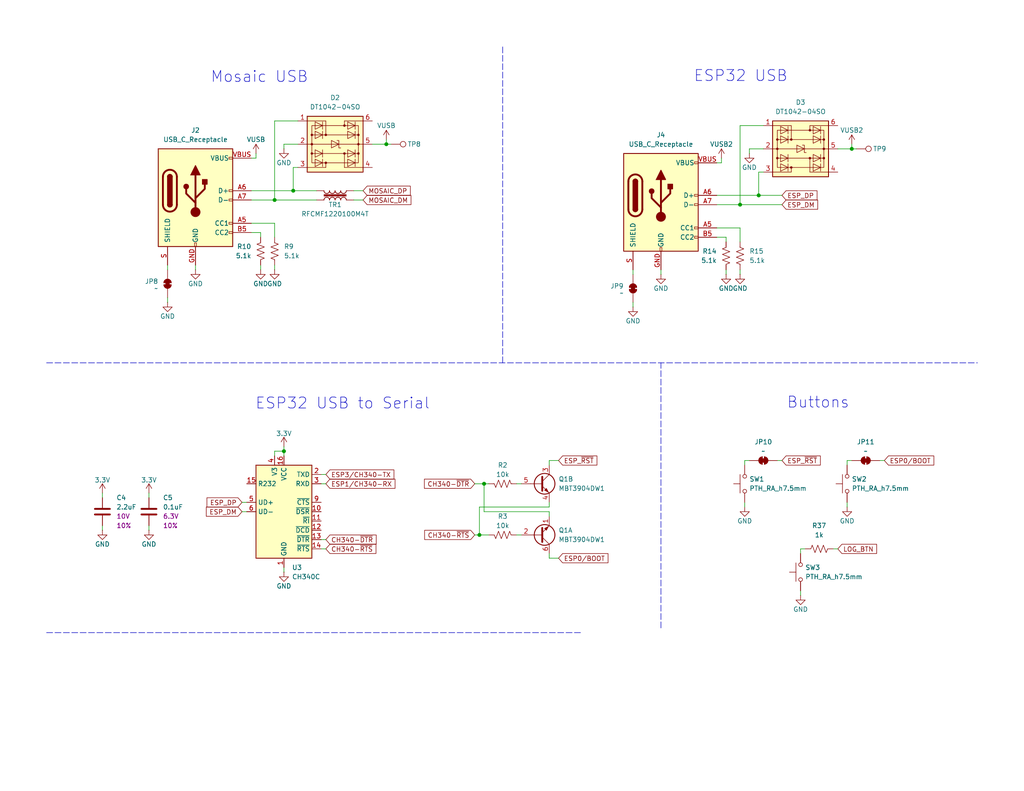
<source format=kicad_sch>
(kicad_sch (version 20231120) (generator "eeschema") (generator_version "8.0")
  (paper "USLetter")
  (lib_symbols
    (symbol "SparkFun-Capacitor:0.1uF_0402_6.3V_10%" (pin_numbers hide) (pin_names (offset 0.254))
      (property "Reference" "C" (at 0.635 2.54 0))
      (property "Value" "0.1uF" (at 0.635 -2.54 0))
      (property "Voltage" "6.3V" (at 0 -6.35 0))
      (property "Tolerance" "10%" (at 0 -8.89 0))
      (symbol "0.1uF_0402_6.3V_10%_0_1"
        (polyline (pts (xy -2.032 -0.762) (xy 2.032 -0.762)) (stroke (width 0.508)))
        (polyline (pts (xy -2.032 0.762) (xy 2.032 0.762)) (stroke (width 0.508)))
      )
      (symbol "0.1uF_0402_6.3V_10%_1_1"
        (pin passive line (at 0 3.81 270) (length 2.794) (name "~") (number "1"))
        (pin passive line (at 0 -3.81 90) (length 2.794) (name "~") (number "2"))
      )
    )
    (symbol "SparkFun-Capacitor:2.2uF_0402_10V_10%" (pin_numbers hide) (pin_names (offset 0.254))
      (property "Reference" "C" (at 0.635 2.54 0))
      (property "Value" "2.2uF" (at 0.635 -2.54 0))
      (property "Voltage" "10V" (at 0 -6.35 0))
      (property "Tolerance" "10%" (at 0 -8.89 0))
      (symbol "2.2uF_0402_10V_10%_0_1"
        (polyline (pts (xy -2.032 -0.762) (xy 2.032 -0.762)) (stroke (width 0.508)))
        (polyline (pts (xy -2.032 0.762) (xy 2.032 0.762)) (stroke (width 0.508)))
      )
      (symbol "2.2uF_0402_10V_10%_1_1"
        (pin passive line (at 0 3.81 270) (length 2.794) (name "~") (number "1"))
        (pin passive line (at 0 -3.81 90) (length 2.794) (name "~") (number "2"))
      )
    )
    (symbol "SparkFun-Coil:USB_Transformer" (pin_numbers hide) (pin_names (offset 0))
      (property "Reference" "TR" (at 0 3.81 0))
      (property "Value" "RFCMF1220100M4T" (at 0 -3.81 0))
      (symbol "USB_Transformer_0_1"
        (rectangle (start -3.048 -0.254) (end 3.048 0.254) (stroke (width 0.0254)) (fill (type outline)))
        (arc (start -3.048 1.27) (mid -2.286 0.5113) (end -1.524 1.27) (stroke (width 0.2032)))
        (arc (start -1.524 -1.27) (mid -2.286 -0.5113) (end -3.048 -1.27) (stroke (width 0.2032)))
        (arc (start -1.524 1.27) (mid -0.762 0.5113) (end 0 1.27) (stroke (width 0.2032)))
        (arc (start 0 -1.27) (mid -0.762 -0.5113) (end -1.524 -1.27) (stroke (width 0.2032)))
        (polyline (pts (xy -5.0546 -1.27) (xy -3.048 -1.27)))
        (polyline (pts (xy 5.08 -1.27) (xy 3.048 -1.27)))
        (polyline (pts (xy 5.08 1.27) (xy 3.048 1.27)))
        (arc (start 0 1.27) (mid 0.762 0.5113) (end 1.524 1.27) (stroke (width 0.2032)))
        (arc (start 1.524 -1.27) (mid 0.762 -0.5113) (end 0 -1.27) (stroke (width 0.2032)))
        (arc (start 1.524 1.27) (mid 2.286 0.5113) (end 3.048 1.27) (stroke (width 0.2032)))
        (arc (start 3.048 -1.27) (mid 2.286 -0.5113) (end 1.524 -1.27) (stroke (width 0.2032)))
      )
      (symbol "USB_Transformer_1_1"
        (polyline (pts (xy -5.08 1.27) (xy -3.048 1.27)))
        (pin passive line (at -5.08 1.27 0) (length 0) (name "~") (number "1"))
        (pin passive line (at 5.08 1.27 180) (length 0) (name "~") (number "2"))
        (pin passive line (at -5.08 -1.27 0) (length 0) (name "~") (number "3"))
        (pin passive line (at 5.08 -1.27 180) (length 0) (name "~") (number "4"))
      )
    )
    (symbol "SparkFun-Connector:TestPoint_PTH" (pin_numbers hide) (pin_names (offset 0.762) hide)
      (property "Reference" "TP" (at 0 5.08 0))
      (symbol "TestPoint_PTH_0_1"
        (circle (center 0 3.302) (radius 0.762))
      )
      (symbol "TestPoint_PTH_1_1"
        (pin passive line (at 0 0 90) (length 2.54) (name "1") (number "1"))
      )
    )
    (symbol "SparkFun-Connector:USB_C_Receptacle" (pin_names (offset 1.016))
      (property "Reference" "J" (at -10.16 12.7 0))
      (property "Value" "USB_C_Receptacle" (at 19.05 12.7 0))
      (symbol "USB_C_Receptacle_0_0"
        (rectangle (start -0.254 -15.24) (end 0.254 -14.224))
        (rectangle (start 10.16 -11.176) (end 9.144 -11.684))
        (rectangle (start 10.16 -8.636) (end 9.144 -9.144))
        (rectangle (start 10.16 -2.286) (end 9.144 -2.794))
        (rectangle (start 10.16 0.254) (end 9.144 -0.254))
        (rectangle (start 10.16 9.144) (end 9.144 8.636))
      )
      (symbol "USB_C_Receptacle_0_1"
        (rectangle (start -10.16 11.43) (end 10.16 -15.24) (stroke (width 0.254)) (fill (type background)))
        (arc (start -8.89 -3.81) (mid -6.985 -5.7067) (end -5.08 -3.81) (stroke (width 0.508)))
        (arc (start -7.62 -3.81) (mid -6.985 -4.4423) (end -6.35 -3.81) (stroke (width 0.254)))
        (arc (start -7.62 -3.81) (mid -6.985 -4.4423) (end -6.35 -3.81) (stroke (width 0.254)) (fill (type outline)))
        (rectangle (start -7.62 -3.81) (end -6.35 3.81) (stroke (width 0.254)) (fill (type outline)))
        (arc (start -6.35 3.81) (mid -6.985 4.4423) (end -7.62 3.81) (stroke (width 0.254)))
        (arc (start -6.35 3.81) (mid -6.985 4.4423) (end -7.62 3.81) (stroke (width 0.254)) (fill (type outline)))
        (arc (start -5.08 3.81) (mid -6.985 5.7067) (end -8.89 3.81) (stroke (width 0.508)))
        (circle (center -2.54 1.143) (radius 0.635) (stroke (width 0.254)) (fill (type outline)))
        (circle (center 0 -5.842) (radius 1.27) (fill (type outline)))
        (polyline (pts (xy -8.89 -3.81) (xy -8.89 3.81)) (stroke (width 0.508)))
        (polyline (pts (xy -5.08 3.81) (xy -5.08 -3.81)) (stroke (width 0.508)))
        (polyline (pts (xy 0 -5.842) (xy 0 4.318)) (stroke (width 0.508)))
        (polyline (pts (xy 0 -3.302) (xy -2.54 -0.762) (xy -2.54 0.508)) (stroke (width 0.508)))
        (polyline (pts (xy 0 -2.032) (xy 2.54 0.508) (xy 2.54 1.778)) (stroke (width 0.508)))
        (polyline (pts (xy -1.27 4.318) (xy 0 6.858) (xy 1.27 4.318) (xy -1.27 4.318)) (stroke (width 0.254)) (fill (type outline)))
        (rectangle (start 1.905 1.778) (end 3.175 3.048) (stroke (width 0.254)) (fill (type outline)))
      )
      (symbol "USB_C_Receptacle_1_1"
        (pin bidirectional line (at 15.24 -8.89 180) (length 5.08) (name "CC1") (number "A5"))
        (pin bidirectional line (at 15.24 0 180) (length 5.08) (name "D+") (number "A6"))
        (pin bidirectional line (at 15.24 -2.54 180) (length 5.08) (name "D-") (number "A7"))
        (pin no_connect line (at 3.81 -15.24 90) (length 5.08) hide (name "NC") (number "A8"))
        (pin bidirectional line (at 15.24 -11.43 180) (length 5.08) (name "CC2") (number "B5"))
        (pin bidirectional line (at 15.24 0 180) (length 5.08) hide (name "D+") (number "B6"))
        (pin bidirectional line (at 15.24 -2.54 180) (length 5.08) hide (name "D-") (number "B7"))
        (pin no_connect line (at 3.81 -15.24 90) (length 5.08) hide (name "NC") (number "B8"))
        (pin passive line (at 0 -20.32 90) (length 5.08) (name "GND") (number "GND"))
        (pin no_connect line (at -2.54 -15.24 90) (length 5.08) hide (name "NC") (number "NC1"))
        (pin no_connect line (at -2.54 -15.24 90) (length 5.08) hide (name "NC") (number "NC2"))
        (pin no_connect line (at -2.54 -15.24 90) (length 5.08) hide (name "NC") (number "NC3"))
        (pin passive line (at -7.62 -20.32 90) (length 5.08) (name "SHIELD") (number "S"))
        (pin passive line (at 15.24 8.89 180) (length 5.08) (name "VBUS") (number "VBUS"))
      )
    )
    (symbol "SparkFun-DiscreteSemi:D_TVS_ESD_USB" (pin_names hide)
      (property "Reference" "D" (at -8.636 -2.794 90))
      (property "Value" "DT1042-04SO" (at 9.398 -8.382 90))
      (symbol "D_TVS_ESD_USB_0_1"
        (circle (center -5.08 1.27) (radius 0.254) (fill (type outline)))
        (circle (center -2.54 -7.62) (radius 0.254) (fill (type outline)))
        (circle (center -2.54 -3.81) (radius 0.254) (fill (type outline)))
        (circle (center -2.54 5.08) (radius 0.254) (fill (type outline)))
        (rectangle (start -2.54 5.08) (end 2.54 -7.62))
        (circle (center 0 -7.62) (radius 0.254) (fill (type outline)))
        (polyline (pts (xy -5.08 1.27) (xy -6.35 1.27)))
        (polyline (pts (xy -4.064 -4.699) (xy -6.096 -4.699)))
        (polyline (pts (xy -4.064 4.191) (xy -6.096 4.191)))
        (polyline (pts (xy -2.54 -3.81) (xy -6.35 -3.81)))
        (polyline (pts (xy -1.524 -4.699) (xy -3.556 -4.699)))
        (polyline (pts (xy -1.524 4.191) (xy -3.556 4.191)))
        (polyline (pts (xy 0 -8.89) (xy 0 -7.62)))
        (polyline (pts (xy 0 -7.62) (xy 0 0)))
        (polyline (pts (xy 0 0) (xy 0 5.08)))
        (polyline (pts (xy 0 5.08) (xy 0 6.35)))
        (polyline (pts (xy 1.524 -4.699) (xy 3.556 -4.699)))
        (polyline (pts (xy 1.524 4.191) (xy 3.556 4.191)))
        (polyline (pts (xy 2.54 1.27) (xy 6.35 1.27)))
        (polyline (pts (xy 4.064 -4.699) (xy 6.096 -4.699)))
        (polyline (pts (xy 4.064 4.191) (xy 6.096 4.191)))
        (polyline (pts (xy 5.08 -3.81) (xy 6.35 -3.81)))
        (polyline (pts (xy -6.096 -6.731) (xy -4.064 -6.731) (xy -5.08 -4.699) (xy -6.096 -6.731)))
        (polyline (pts (xy -6.096 2.159) (xy -4.064 2.159) (xy -5.08 4.191) (xy -6.096 2.159)))
        (polyline (pts (xy -3.556 -6.731) (xy -1.524 -6.731) (xy -2.54 -4.699) (xy -3.556 -6.731)))
        (polyline (pts (xy -3.556 2.159) (xy -1.524 2.159) (xy -2.54 4.191) (xy -3.556 2.159)))
        (polyline (pts (xy -2.54 5.08) (xy -5.08 5.08) (xy -5.08 -7.62) (xy -2.54 -7.62)))
        (polyline (pts (xy -1.016 -2.286) (xy 1.016 -2.286) (xy 0 -0.254) (xy -1.016 -2.286)))
        (polyline (pts (xy 1.0152 0.2684) (xy 1.0152 -0.2538) (xy -1.016 -0.254) (xy -1.016 -0.762)))
        (polyline (pts (xy 2.54 5.08) (xy 5.08 5.08) (xy 5.08 -7.62) (xy 2.54 -7.62)))
        (polyline (pts (xy 3.556 -6.731) (xy 1.524 -6.731) (xy 2.54 -4.699) (xy 3.556 -6.731)))
        (polyline (pts (xy 3.556 2.159) (xy 1.524 2.159) (xy 2.54 4.191) (xy 3.556 2.159)))
        (polyline (pts (xy 6.096 -6.731) (xy 4.064 -6.731) (xy 5.08 -4.699) (xy 6.096 -6.731)))
        (polyline (pts (xy 6.096 2.159) (xy 4.064 2.159) (xy 5.08 4.191) (xy 6.096 2.159)))
        (circle (center 0 5.08) (radius 0.254) (fill (type outline)))
        (circle (center 2.54 -7.62) (radius 0.254) (fill (type outline)))
        (circle (center 2.54 1.27) (radius 0.254) (fill (type outline)))
        (circle (center 2.54 5.08) (radius 0.254) (fill (type outline)))
        (circle (center 5.08 -3.81) (radius 0.254) (fill (type outline)))
      )
      (symbol "D_TVS_ESD_USB_1_1"
        (rectangle (start -7.62 6.35) (end 7.62 -8.89) (stroke (width 0.254)) (fill (type background)))
        (polyline (pts (xy -6.35 -8.89) (xy -6.35 -3.81)))
        (polyline (pts (xy -6.35 6.35) (xy -6.35 1.27)))
        (polyline (pts (xy 6.35 -3.81) (xy 6.35 -8.89)))
        (polyline (pts (xy 6.35 1.27) (xy 6.35 6.35)))
        (pin passive line (at -6.35 -11.43 90) (length 2.54) (name "I/O1") (number "1"))
        (pin passive line (at 0 -11.43 90) (length 2.54) (name "GND") (number "2"))
        (pin passive line (at 6.35 -11.43 90) (length 2.54) (name "I/O2") (number "3"))
        (pin passive line (at 6.35 8.89 270) (length 2.54) (name "I/O3") (number "4"))
        (pin passive line (at 0 8.89 270) (length 2.54) (name "VCC") (number "5"))
        (pin passive line (at -6.35 8.89 270) (length 2.54) (name "I/O4") (number "6"))
      )
    )
    (symbol "SparkFun-DiscreteSemi:Q_NPN_DUAL" (pin_names (offset 0) hide)
      (property "Reference" "Q" (at 5.08 1.27 0))
      (property "Value" "MBT3904DW1" (at 5.08 -1.27 0))
      (symbol "Q_NPN_DUAL_0_1"
        (polyline (pts (xy 0.635 0) (xy -2.54 0)))
        (polyline (pts (xy 0.635 0.635) (xy 2.54 2.54)))
        (polyline (pts (xy 0.635 -0.635) (xy 2.54 -2.54) (xy 2.54 -2.54)))
        (polyline (pts (xy 0.635 1.905) (xy 0.635 -1.905) (xy 0.635 -1.905)) (stroke (width 0.508)))
        (polyline (pts (xy 1.27 -1.778) (xy 1.778 -1.27) (xy 2.286 -2.286) (xy 1.27 -1.778) (xy 1.27 -1.778)) (fill (type outline)))
        (circle (center 1.27 0) (radius 2.8194) (stroke (width 0.254)))
      )
      (symbol "Q_NPN_DUAL_1_1"
        (pin passive line (at 2.54 -5.08 90) (length 2.54) (name "E1") (number "1"))
        (pin input line (at -5.08 0 0) (length 2.54) (name "B1") (number "2"))
        (pin passive line (at 2.54 5.08 270) (length 2.54) (name "C1") (number "6"))
      )
      (symbol "Q_NPN_DUAL_2_1"
        (pin passive line (at 2.54 5.08 270) (length 2.54) (name "C2") (number "3"))
        (pin passive line (at 2.54 -5.08 90) (length 2.54) (name "E2") (number "4"))
        (pin input line (at -5.08 0 0) (length 2.54) (name "B2") (number "5"))
      )
    )
    (symbol "SparkFun-IC-Comm:CH340C"
      (property "Reference" "U" (at 2.1941 -15.24 0))
      (property "Value" "CH340C" (at 2.1941 -17.78 0))
      (symbol "CH340C_0_1"
        (rectangle (start -7.62 12.7) (end 7.62 -12.7) (stroke (width 0.254)) (fill (type background)))
      )
      (symbol "CH340C_1_1"
        (pin power_in line (at 0 -15.24 90) (length 2.54) (name "GND") (number "1"))
        (pin input line (at 10.16 0 180) (length 2.54) (name "~{DSR}") (number "10"))
        (pin input line (at 10.16 -2.54 180) (length 2.54) (name "~{RI}") (number "11"))
        (pin input line (at 10.16 -5.08 180) (length 2.54) (name "~{DCD}") (number "12"))
        (pin output line (at 10.16 -7.62 180) (length 2.54) (name "~{DTR}") (number "13"))
        (pin output line (at 10.16 -10.16 180) (length 2.54) (name "~{RTS}") (number "14"))
        (pin input line (at -10.16 7.62 0) (length 2.54) (name "R232") (number "15"))
        (pin power_in line (at 0 15.24 270) (length 2.54) (name "VCC") (number "16"))
        (pin output line (at 10.16 10.16 180) (length 2.54) (name "TXD") (number "2"))
        (pin input line (at 10.16 7.62 180) (length 2.54) (name "RXD") (number "3"))
        (pin passive line (at -2.54 15.24 270) (length 2.54) (name "V3") (number "4"))
        (pin bidirectional line (at -10.16 2.54 0) (length 2.54) (name "UD+") (number "5"))
        (pin bidirectional line (at -10.16 0 0) (length 2.54) (name "UD-") (number "6"))
        (pin no_connect line (at -7.62 -7.62 0) (length 2.54) hide (name "NC") (number "7"))
        (pin no_connect line (at -7.62 -10.16 0) (length 2.54) hide (name "NC") (number "8"))
        (pin input line (at 10.16 2.54 180) (length 2.54) (name "~{CTS}") (number "9"))
      )
    )
    (symbol "SparkFun-Jumper:SolderJumper_2_Bridged" (pin_numbers hide) (pin_names (offset 0) hide)
      (property "Reference" "JP" (at 0 2.032 0))
      (property "Value" "~" (at 0 -2.54 0))
      (symbol "SolderJumper_2_Bridged_0_1"
        (rectangle (start -0.508 0.508) (end 0.508 -0.508) (fill (type outline)))
        (arc (start -0.254 1.016) (mid -1.2656 0) (end -0.254 -1.016))
        (arc (start -0.254 1.016) (mid -1.2656 0) (end -0.254 -1.016) (fill (type outline)))
        (polyline (pts (xy -0.254 1.016) (xy -0.254 -1.016)))
        (polyline (pts (xy 0.254 1.016) (xy 0.254 -1.016)))
        (arc (start 0.254 -1.016) (mid 1.2656 0) (end 0.254 1.016))
        (arc (start 0.254 -1.016) (mid 1.2656 0) (end 0.254 1.016) (fill (type outline)))
      )
      (symbol "SolderJumper_2_Bridged_1_1"
        (pin passive line (at -3.81 0 0) (length 2.54) (name "A") (number "1"))
        (pin passive line (at 3.81 0 180) (length 2.54) (name "B") (number "2"))
      )
    )
    (symbol "SparkFun-PowerSymbol:3.3V" (power) (pin_names (offset 0))
      (property "Value" "3.3V" (at 0 3.81 0))
      (symbol "3.3V_0_1"
        (polyline (pts (xy -0.762 1.27) (xy 0 2.54)))
        (polyline (pts (xy 0 0) (xy 0 2.54)))
        (polyline (pts (xy 0 2.54) (xy 0.762 1.27)))
      )
      (symbol "3.3V_1_1"
        (pin power_in line (at 0 0 90) (length 0) hide (name "3.3V") (number "1"))
      )
    )
    (symbol "SparkFun-PowerSymbol:VUSB" (power) (pin_names (offset 0))
      (property "Value" "VUSB" (at 0 3.81 0))
      (symbol "VUSB_0_1"
        (polyline (pts (xy -0.762 1.27) (xy 0 2.54)))
        (polyline (pts (xy 0 0) (xy 0 2.54)))
        (polyline (pts (xy 0 2.54) (xy 0.762 1.27)))
      )
      (symbol "VUSB_1_1"
        (pin power_in line (at 0 0 90) (length 0) hide (name "VUSB") (number "1"))
      )
    )
    (symbol "SparkFun-Resistor:10k_0402" (pin_numbers hide) (pin_names (offset 0))
      (property "Reference" "R" (at 0 -2.54 0))
      (property "Value" "10k" (at 0 2.54 0))
      (symbol "10k_0402_0_1"
        (polyline (pts (xy -2.286 0) (xy -2.54 0)))
        (polyline (pts (xy 2.286 0) (xy 2.54 0)))
        (polyline (pts (xy -0.762 0) (xy -1.143 -1.016) (xy -1.524 0) (xy -1.905 1.016) (xy -2.286 0)))
        (polyline (pts (xy 0.762 0) (xy 0.381 -1.016) (xy 0 0) (xy -0.381 1.016) (xy -0.762 0)))
        (polyline (pts (xy 2.286 0) (xy 1.905 -1.016) (xy 1.524 0) (xy 1.143 1.016) (xy 0.762 0)))
      )
      (symbol "10k_0402_1_1"
        (pin passive line (at 3.81 0 180) (length 1.27) (name "~") (number "1"))
        (pin passive line (at -3.81 0 0) (length 1.27) (name "~") (number "2"))
      )
    )
    (symbol "SparkFun-Resistor:1k_0603" (pin_numbers hide) (pin_names (offset 0))
      (property "Reference" "R" (at 0 -2.54 0))
      (property "Value" "1k" (at 0 2.54 0))
      (symbol "1k_0603_0_1"
        (polyline (pts (xy -2.286 0) (xy -2.54 0)))
        (polyline (pts (xy 2.286 0) (xy 2.54 0)))
        (polyline (pts (xy -0.762 0) (xy -1.143 -1.016) (xy -1.524 0) (xy -1.905 1.016) (xy -2.286 0)))
        (polyline (pts (xy 0.762 0) (xy 0.381 -1.016) (xy 0 0) (xy -0.381 1.016) (xy -0.762 0)))
        (polyline (pts (xy 2.286 0) (xy 1.905 -1.016) (xy 1.524 0) (xy 1.143 1.016) (xy 0.762 0)))
      )
      (symbol "1k_0603_1_1"
        (pin passive line (at 3.81 0 180) (length 1.27) (name "~") (number "1"))
        (pin passive line (at -3.81 0 0) (length 1.27) (name "~") (number "2"))
      )
    )
    (symbol "SparkFun-Resistor:5.1k_0603" (pin_numbers hide) (pin_names (offset 0))
      (property "Reference" "R" (at 0 -2.54 0))
      (property "Value" "5.1k" (at 0 2.54 0))
      (symbol "5.1k_0603_0_1"
        (polyline (pts (xy -2.286 0) (xy -2.54 0)))
        (polyline (pts (xy 2.286 0) (xy 2.54 0)))
        (polyline (pts (xy -0.762 0) (xy -1.143 -1.016) (xy -1.524 0) (xy -1.905 1.016) (xy -2.286 0)))
        (polyline (pts (xy 0.762 0) (xy 0.381 -1.016) (xy 0 0) (xy -0.381 1.016) (xy -0.762 0)))
        (polyline (pts (xy 2.286 0) (xy 1.905 -1.016) (xy 1.524 0) (xy 1.143 1.016) (xy 0.762 0)))
      )
      (symbol "5.1k_0603_1_1"
        (pin passive line (at 3.81 0 180) (length 1.27) (name "~") (number "1"))
        (pin passive line (at -3.81 0 0) (length 1.27) (name "~") (number "2"))
      )
    )
    (symbol "SparkFun-Switch:SPST_Push_PTH_RA_h7.5mm" (pin_numbers hide) (pin_names (offset 0) hide)
      (property "Reference" "SW" (at 0 5.08 0))
      (property "Value" "PTH_RA_h7.5mm" (at 0 -2.54 0))
      (symbol "SPST_Push_PTH_RA_h7.5mm_0_1"
        (circle (center -2.032 0) (radius 0.508))
        (polyline (pts (xy 0 1.27) (xy 0 3.048)))
        (polyline (pts (xy 2.54 1.27) (xy -2.54 1.27)))
        (circle (center 2.032 0) (radius 0.508))
      )
      (symbol "SPST_Push_PTH_RA_h7.5mm_1_1"
        (pin passive line (at -5.08 0 0) (length 2.54) (name "1") (number "1"))
        (pin passive line (at 5.08 0 180) (length 2.54) (name "2") (number "2"))
        (pin passive line (at -5.08 2.54 0) (length 2.54) hide (name "M1") (number "M1"))
        (pin passive line (at 5.08 2.54 180) (length 2.54) hide (name "M2") (number "M2"))
      )
    )
    (symbol "power:GND" (power) (pin_numbers hide) (pin_names (offset 0) hide)
      (property "Value" "GND" (at 0 -3.81 0))
      (symbol "GND_0_1"
        (polyline (pts (xy 0 0) (xy 0 -1.27) (xy 1.27 -1.27) (xy 0 -2.54) (xy -1.27 -1.27) (xy 0 -1.27)))
      )
      (symbol "GND_1_1"
        (pin power_in line (at 0 0 270) (length 0) (name "~") (number "1"))
      )
    )
  )
  (junction (at 80.01 52.07))
  (junction (at 232.41 40.64))
  (junction (at 105.41 39.37))
  (junction (at 130.81 146.05))
  (junction (at 201.93 55.88))
  (junction (at 77.47 123.19))
  (junction (at 132.08 132.08))
  (junction (at 207.01 53.34))
  (junction (at 74.93 54.61))
  (wire (pts (xy 77.47 39.37) (xy 77.47 40.64)))
  (wire (pts (xy 195.58 53.34) (xy 207.01 53.34)))
  (wire (pts (xy 240.03 125.73) (xy 241.3 125.73)))
  (wire (pts (xy 152.4 125.73) (xy 149.86 125.73)))
  (wire (pts (xy 132.08 132.08) (xy 132.08 139.7)))
  (wire (pts (xy 53.34 72.39) (xy 53.34 73.66)))
  (wire (pts (xy 74.93 60.96) (xy 74.93 64.77)))
  (wire (pts (xy 77.47 154.94) (xy 77.47 156.21)))
  (polyline (pts (xy 12.7 172.72) (xy 158.75 172.72)) (stroke (width 0) (type dash)))
  (wire (pts (xy 228.6 40.64) (xy 232.41 40.64)))
  (wire (pts (xy 81.28 45.72) (xy 80.01 45.72)))
  (polyline (pts (xy 12.7 99.06) (xy 266.7 99.06)) (stroke (width 0) (type dash)))
  (wire (pts (xy 68.58 60.96) (xy 74.93 60.96)))
  (polyline (pts (xy 137.16 99.06) (xy 137.16 12.7)) (stroke (width 0) (type dash)))
  (wire (pts (xy 101.6 39.37) (xy 105.41 39.37)))
  (wire (pts (xy 105.41 39.37) (xy 106.68 39.37)))
  (wire (pts (xy 195.58 64.77) (xy 198.12 64.77)))
  (wire (pts (xy 45.72 72.39) (xy 45.72 73.66)))
  (wire (pts (xy 133.35 146.05) (xy 130.81 146.05)))
  (wire (pts (xy 203.2 127) (xy 203.2 125.73)))
  (wire (pts (xy 218.44 149.86) (xy 219.71 149.86)))
  (wire (pts (xy 27.94 135.89) (xy 27.94 134.62)))
  (wire (pts (xy 77.47 123.19) (xy 77.47 124.46)))
  (wire (pts (xy 231.14 125.73) (xy 232.41 125.73)))
  (wire (pts (xy 201.93 73.66) (xy 201.93 74.93)))
  (wire (pts (xy 203.2 125.73) (xy 204.47 125.73)))
  (wire (pts (xy 208.28 40.64) (xy 204.47 40.64)))
  (wire (pts (xy 207.01 53.34) (xy 213.36 53.34)))
  (wire (pts (xy 74.93 123.19) (xy 77.47 123.19)))
  (wire (pts (xy 231.14 137.16) (xy 231.14 138.43)))
  (wire (pts (xy 212.09 125.73) (xy 213.36 125.73)))
  (wire (pts (xy 27.94 143.51) (xy 27.94 144.78)))
  (wire (pts (xy 149.86 138.43) (xy 130.81 138.43)))
  (wire (pts (xy 88.9 149.86) (xy 87.63 149.86)))
  (wire (pts (xy 218.44 151.13) (xy 218.44 149.86)))
  (wire (pts (xy 149.86 151.13) (xy 149.86 152.4)))
  (wire (pts (xy 133.35 132.08) (xy 132.08 132.08)))
  (wire (pts (xy 231.14 127) (xy 231.14 125.73)))
  (wire (pts (xy 195.58 55.88) (xy 201.93 55.88)))
  (wire (pts (xy 81.28 39.37) (xy 77.47 39.37)))
  (wire (pts (xy 74.93 124.46) (xy 74.93 123.19)))
  (wire (pts (xy 208.28 34.29) (xy 201.93 34.29)))
  (wire (pts (xy 142.24 132.08) (xy 140.97 132.08)))
  (wire (pts (xy 68.58 54.61) (xy 74.93 54.61)))
  (wire (pts (xy 68.58 52.07) (xy 80.01 52.07)))
  (wire (pts (xy 71.12 63.5) (xy 71.12 64.77)))
  (wire (pts (xy 130.81 138.43) (xy 130.81 146.05)))
  (wire (pts (xy 149.86 140.97) (xy 149.86 139.7)))
  (wire (pts (xy 74.93 72.39) (xy 74.93 73.66)))
  (wire (pts (xy 96.52 54.61) (xy 99.06 54.61)))
  (wire (pts (xy 40.64 134.62) (xy 40.64 135.89)))
  (wire (pts (xy 74.93 54.61) (xy 86.36 54.61)))
  (wire (pts (xy 195.58 62.23) (xy 201.93 62.23)))
  (wire (pts (xy 201.93 62.23) (xy 201.93 66.04)))
  (wire (pts (xy 198.12 64.77) (xy 198.12 66.04)))
  (wire (pts (xy 201.93 34.29) (xy 201.93 55.88)))
  (wire (pts (xy 68.58 63.5) (xy 71.12 63.5)))
  (wire (pts (xy 196.85 43.18) (xy 196.85 44.45)))
  (wire (pts (xy 105.41 38.1) (xy 105.41 39.37)))
  (wire (pts (xy 77.47 121.92) (xy 77.47 123.19)))
  (wire (pts (xy 40.64 143.51) (xy 40.64 144.78)))
  (wire (pts (xy 152.4 152.4) (xy 149.86 152.4)))
  (wire (pts (xy 87.63 129.54) (xy 88.9 129.54)))
  (wire (pts (xy 74.93 33.02) (xy 74.93 54.61)))
  (polyline (pts (xy 180.34 171.45) (xy 180.34 99.06)) (stroke (width 0) (type dash)))
  (wire (pts (xy 68.58 43.18) (xy 69.85 43.18)))
  (wire (pts (xy 218.44 161.29) (xy 218.44 162.56)))
  (wire (pts (xy 172.72 82.55) (xy 172.72 83.82)))
  (wire (pts (xy 81.28 33.02) (xy 74.93 33.02)))
  (wire (pts (xy 198.12 73.66) (xy 198.12 74.93)))
  (wire (pts (xy 66.04 137.16) (xy 67.31 137.16)))
  (wire (pts (xy 180.34 73.66) (xy 180.34 74.93)))
  (wire (pts (xy 232.41 40.64) (xy 233.68 40.64)))
  (wire (pts (xy 204.47 40.64) (xy 204.47 41.91)))
  (wire (pts (xy 149.86 127) (xy 149.86 125.73)))
  (wire (pts (xy 80.01 45.72) (xy 80.01 52.07)))
  (wire (pts (xy 80.01 52.07) (xy 86.36 52.07)))
  (wire (pts (xy 87.63 147.32) (xy 88.9 147.32)))
  (wire (pts (xy 45.72 81.28) (xy 45.72 82.55)))
  (wire (pts (xy 66.04 139.7) (xy 67.31 139.7)))
  (wire (pts (xy 172.72 73.66) (xy 172.72 74.93)))
  (wire (pts (xy 195.58 44.45) (xy 196.85 44.45)))
  (wire (pts (xy 130.81 146.05) (xy 129.54 146.05)))
  (wire (pts (xy 149.86 139.7) (xy 132.08 139.7)))
  (wire (pts (xy 201.93 55.88) (xy 213.36 55.88)))
  (wire (pts (xy 87.63 132.08) (xy 88.9 132.08)))
  (wire (pts (xy 203.2 137.16) (xy 203.2 138.43)))
  (wire (pts (xy 132.08 132.08) (xy 129.54 132.08)))
  (wire (pts (xy 227.33 149.86) (xy 228.6 149.86)))
  (wire (pts (xy 71.12 72.39) (xy 71.12 73.66)))
  (wire (pts (xy 142.24 146.05) (xy 140.97 146.05)))
  (wire (pts (xy 208.28 46.99) (xy 207.01 46.99)))
  (wire (pts (xy 232.41 39.37) (xy 232.41 40.64)))
  (wire (pts (xy 69.85 41.91) (xy 69.85 43.18)))
  (wire (pts (xy 207.01 46.99) (xy 207.01 53.34)))
  (wire (pts (xy 96.52 52.07) (xy 99.06 52.07)))
  (wire (pts (xy 149.86 138.43) (xy 149.86 137.16)))
  (text "ESP32 USB to Serial" (at 69.596 112.014 0) (effects (font (size 3 3)) (justify left bottom)))
  (text "Mosaic USB" (at 57.404 22.86 0) (effects (font (size 3 3)) (justify left bottom)))
  (text "Buttons" (at 214.63 111.76 0) (effects (font (size 3 3)) (justify left bottom)))
  (text "ESP32 USB" (at 189.23 22.606 0) (effects (font (size 3 3)) (justify left bottom)))
  (global_label "CH340-~{DTR}" (shape input) (at 88.9 147.32 0) (property "Intersheetrefs" "${INTERSHEET_REFS}" (effects (hide yes))))
  (global_label "ESP_DP" (shape input) (at 213.36 53.34 0) (property "Intersheetrefs" "${INTERSHEET_REFS}" (effects (hide yes))))
  (global_label "CH340-~{DTR}" (shape input) (at 129.54 132.08 180) (property "Intersheetrefs" "${INTERSHEET_REFS}" (effects (hide yes))))
  (global_label "ESP0{slash}BOOT" (shape input) (at 241.3 125.73 0) (property "Intersheetrefs" "${INTERSHEET_REFS}" (effects (hide yes))))
  (global_label "ESP3{slash}CH340-TX" (shape input) (at 88.9 129.54 0) (property "Intersheetrefs" "${INTERSHEET_REFS}" (effects (hide yes))))
  (global_label "ESP_~{RST}" (shape input) (at 152.4 125.73 0) (property "Intersheetrefs" "${INTERSHEET_REFS}" (effects (hide yes))))
  (global_label "CH340-~{RTS}" (shape input) (at 129.54 146.05 180) (property "Intersheetrefs" "${INTERSHEET_REFS}" (effects (hide yes))))
  (global_label "CH340-~{RTS}" (shape input) (at 88.9 149.86 0) (property "Intersheetrefs" "${INTERSHEET_REFS}" (effects (hide yes))))
  (global_label "ESP1{slash}CH340-RX" (shape input) (at 88.9 132.08 0) (property "Intersheetrefs" "${INTERSHEET_REFS}" (effects (hide yes))))
  (global_label "ESP_DM" (shape input) (at 66.04 139.7 180) (property "Intersheetrefs" "${INTERSHEET_REFS}" (effects (hide yes))))
  (global_label "MOSAIC_DM" (shape input) (at 99.06 54.61 0) (property "Intersheetrefs" "${INTERSHEET_REFS}" (effects (hide yes))))
  (global_label "ESP_DP" (shape input) (at 66.04 137.16 180) (property "Intersheetrefs" "${INTERSHEET_REFS}" (effects (hide yes))))
  (global_label "MOSAIC_DP" (shape input) (at 99.06 52.07 0) (property "Intersheetrefs" "${INTERSHEET_REFS}" (effects (hide yes))))
  (global_label "LOG_BTN" (shape input) (at 228.6 149.86 0) (property "Intersheetrefs" "${INTERSHEET_REFS}" (effects (hide yes))))
  (global_label "ESP_~{RST}" (shape input) (at 213.36 125.73 0) (property "Intersheetrefs" "${INTERSHEET_REFS}" (effects (hide yes))))
  (global_label "ESP_DM" (shape input) (at 213.36 55.88 0) (property "Intersheetrefs" "${INTERSHEET_REFS}" (effects (hide yes))))
  (global_label "ESP0{slash}BOOT" (shape input) (at 152.4 152.4 0) (property "Intersheetrefs" "${INTERSHEET_REFS}" (effects (hide yes))))
  (symbol (lib_id "power:GND") (at 201.93 74.93 0) (unit 1)
    (property "Reference" "#PWR028" (effects (hide yes)))
    (property "Value" "GND" (at 201.93 78.74 0))
    (property "Description" "Power symbol creates a global label with name \"GND\" , ground" (effects (hide yes)))
  )
  (symbol (lib_id "power:GND") (at 218.44 162.56 0) (unit 1)
    (property "Reference" "#PWR0127" (effects (hide yes)))
    (property "Value" "GND" (at 218.44 166.37 0))
    (property "Description" "Power symbol creates a global label with name \"GND\" , ground" (effects (hide yes)))
  )
  (symbol (lib_id "power:GND") (at 77.47 40.64 0) (unit 1)
    (property "Reference" "#PWR018" (effects (hide yes)))
    (property "Value" "GND" (at 77.47 44.45 0))
    (property "Description" "Power symbol creates a global label with name \"GND\" , ground" (effects (hide yes)))
  )
  (symbol (lib_id "power:GND") (at 77.47 156.21 0) (unit 1)
    (property "Reference" "#PWR020" (effects (hide yes)))
    (property "Value" "GND" (at 77.47 160.02 0))
    (property "Description" "Power symbol creates a global label with name \"GND\" , ground" (effects (hide yes)))
  )
  (symbol (lib_id "power:GND") (at 27.94 144.78 0) (unit 1)
    (property "Reference" "#PWR073" (effects (hide yes)))
    (property "Value" "GND" (at 27.94 148.59 0))
    (property "Description" "Power symbol creates a global label with name \"GND\" , ground" (effects (hide yes)))
  )
  (symbol (lib_id "power:GND") (at 203.2 138.43 0) (unit 1)
    (property "Reference" "#PWR0125" (effects (hide yes)))
    (property "Value" "GND" (at 203.2 142.24 0))
    (property "Description" "Power symbol creates a global label with name \"GND\" , ground" (effects (hide yes)))
  )
  (symbol (lib_id "SparkFun-Resistor:10k_0402") (at 137.16 146.05 0) (mirror x) (unit 1)
    (property "Reference" "R3" (at 137.16 140.97 0))
    (property "Value" "10k" (at 137.16 143.51 0))
    (property "Footprint" "SparkFun-Resistor:R_0402_1005Metric" (effects (hide yes)))
    (property "Datasheet" "https://www.vishay.com/docs/20035/dcrcwe3.pdf" (effects (hide yes)))
    (property "Description" "Resistor" (effects (hide yes)))
    (property "PROD_ID" "RES-14241" (effects (hide yes)))
  )
  (symbol (lib_id "SparkFun-DiscreteSemi:Q_NPN_DUAL") (at 147.32 146.05 0) (mirror x) (unit 1)
    (property "Reference" "Q1" (at 152.4 144.78 0) (effects (justify left)))
    (property "Value" "MBT3904DW1" (at 152.4 147.32 0) (effects (justify left)))
    (property "Footprint" "SparkFun-Semiconductor-Standard:SOT-323" (effects (hide yes)))
    (property "Datasheet" "https://assets.nexperia.com/documents/data-sheet/BC846BS.pdf" (effects (hide yes)))
    (property "Description" "100mA IC, 65V Vce, Dual NPN/NPN Transistors, SOT-363" (effects (hide yes)))
    (property "PROD_ID" "TRANS-13337" (effects (hide yes)))
  )
  (symbol (lib_id "power:GND") (at 180.34 74.93 0) (unit 1)
    (property "Reference" "#PWR025" (effects (hide yes)))
    (property "Value" "GND" (at 180.34 78.74 0))
    (property "Description" "Power symbol creates a global label with name \"GND\" , ground" (effects (hide yes)))
  )
  (symbol (lib_id "SparkFun-Switch:SPST_Push_PTH_RA_h7.5mm") (at 203.2 132.08 90) (unit 1)
    (property "Reference" "SW1" (at 204.47 130.8099 90) (effects (justify right)))
    (property "Value" "PTH_RA_h7.5mm" (at 204.47 133.3499 90) (effects (justify right)))
    (property "Footprint" "SparkFun-Switch:Push_PTH_RA_8-020_h7.5mm" (effects (hide yes)))
    (property "Description" "Single Pole Single Throw (SPST) switch" (effects (hide yes)))
    (property "PROD_ID" "SWCH-13896" (effects (hide yes)))
    (property "Mfg Part#" "8-020 TS H = 7.5mm" (effects (hide yes)))
  )
  (symbol (lib_id "power:GND") (at 231.14 138.43 0) (unit 1)
    (property "Reference" "#PWR0126" (effects (hide yes)))
    (property "Value" "GND" (at 231.14 142.24 0))
    (property "Description" "Power symbol creates a global label with name \"GND\" , ground" (effects (hide yes)))
  )
  (symbol (lib_id "SparkFun-Resistor:5.1k_0603") (at 201.93 69.85 270) (unit 1)
    (property "Reference" "R15" (at 204.47 68.5799 90) (effects (justify left)))
    (property "Value" "5.1k" (at 204.47 71.1199 90) (effects (justify left)))
    (property "Footprint" "SparkFun-Resistor:R_0603_1608Metric" (effects (hide yes)))
    (property "Datasheet" "https://www.vishay.com/docs/20035/dcrcwe3.pdf" (effects (hide yes)))
    (property "Description" "Resistor" (effects (hide yes)))
    (property "PROD_ID" "RES-12083" (effects (hide yes)))
  )
  (symbol (lib_id "SparkFun-IC-Comm:CH340C") (at 77.47 139.7 0) (unit 1)
    (property "Reference" "U3" (at 79.6641 154.94 0) (effects (justify left)))
    (property "Value" "CH340C" (at 79.6641 157.48 0) (effects (justify left)))
    (property "Footprint" "SparkFun-Semiconductor-Standard:SO-16" (effects (hide yes)))
    (property "Datasheet" "https://datasheet.lcsc.com/szlcsc/Jiangsu-Qin-Heng-CH340C_C84681.pdf" (effects (hide yes)))
    (property "Description" "USB serial converter, UART, SOIC-16" (effects (hide yes)))
    (property "PROD_ID" "IC-14038" (effects (hide yes)))
  )
  (symbol (lib_id "SparkFun-PowerSymbol:VUSB") (at 232.41 39.37 0) (unit 1)
    (property "Reference" "#PWR036" (effects (hide yes)))
    (property "Value" "VUSB2" (at 232.41 35.56 0))
    (property "Description" "Power symbol creates a global label with name \"VUSB\"" (effects (hide yes)))
  )
  (symbol (lib_id "SparkFun-PowerSymbol:3.3V") (at 27.94 134.62 0) (unit 1)
    (property "Reference" "#PWR022" (effects (hide yes)))
    (property "Value" "3.3V" (at 27.94 131.064 0))
    (property "Description" "Power symbol creates a global label with name \"3.3V\"" (effects (hide yes)))
  )
  (symbol (lib_id "SparkFun-Jumper:SolderJumper_2_Bridged") (at 45.72 77.47 270) (mirror x) (unit 1)
    (property "Reference" "JP8" (at 43.18 76.8349 90) (effects (justify right)))
    (property "Value" "~" (at 43.18 78.74 90) (effects (justify right)))
    (property "Footprint" "SparkFun-Jumper:Jumper_2_NC_Trace" (effects (hide yes)))
    (property "Description" "Solder Jumper, 2-pole, closed/bridged" (effects (hide yes)))
  )
  (symbol (lib_id "SparkFun-Coil:USB_Transformer") (at 91.44 53.34 0) (unit 1)
    (property "Reference" "TR1" (at 91.44 55.88 0))
    (property "Value" "RFCMF1220100M4T" (at 91.44 58.42 0))
    (property "Footprint" "SparkFun-Coil:RFCMF1220100M4T" (effects (hide yes)))
    (property "Datasheet" "http://www.passivecomponent.com/wp-content/uploads/2018/10/RF-Filter.pdf" (effects (hide yes)))
    (property "PROD_ID" "COMP-19495" (effects (hide yes)))
  )
  (symbol (lib_id "SparkFun-Capacitor:0.1uF_0402_6.3V_10%") (at 40.64 139.7 0) (unit 1)
    (property "Reference" "C5" (at 44.45 135.89 0) (effects (justify left)))
    (property "Value" "0.1uF" (at 44.45 138.43 0) (effects (justify left)))
    (property "Footprint" "SparkFun-Capacitor:C_0402_1005Metric" (effects (hide yes)))
    (property "Datasheet" "https://cdn.sparkfun.com/assets/8/a/4/a/5/Kemet_Capacitor_Datasheet.pdf" (effects (hide yes)))
    (property "Description" "Unpolarized capacitor" (effects (hide yes)))
    (property "PROD_ID" "CAP-14993" (effects (hide yes)))
    (property "Voltage" "6.3V" (at 44.45 140.97 0) (effects (justify left)))
    (property "Tolerance" "10%" (at 44.45 143.51 0) (effects (justify left)))
  )
  (symbol (lib_id "power:GND") (at 45.72 82.55 0) (unit 1)
    (property "Reference" "#PWR015" (effects (hide yes)))
    (property "Value" "GND" (at 45.72 86.36 0))
    (property "Description" "Power symbol creates a global label with name \"GND\" , ground" (effects (hide yes)))
  )
  (symbol (lib_id "power:GND") (at 53.34 73.66 0) (unit 1)
    (property "Reference" "#PWR016" (effects (hide yes)))
    (property "Value" "GND" (at 53.34 77.47 0))
    (property "Description" "Power symbol creates a global label with name \"GND\" , ground" (effects (hide yes)))
  )
  (symbol (lib_id "SparkFun-Resistor:5.1k_0603") (at 198.12 69.85 90) (mirror x) (unit 1)
    (property "Reference" "R14" (at 195.58 68.5799 90) (effects (justify left)))
    (property "Value" "5.1k" (at 195.58 71.1199 90) (effects (justify left)))
    (property "Footprint" "SparkFun-Resistor:R_0603_1608Metric" (effects (hide yes)))
    (property "Datasheet" "https://www.vishay.com/docs/20035/dcrcwe3.pdf" (effects (hide yes)))
    (property "Description" "Resistor" (effects (hide yes)))
    (property "PROD_ID" "RES-12083" (effects (hide yes)))
  )
  (symbol (lib_id "power:GND") (at 71.12 73.66 0) (unit 1)
    (property "Reference" "#PWR021" (effects (hide yes)))
    (property "Value" "GND" (at 71.12 77.47 0))
    (property "Description" "Power symbol creates a global label with name \"GND\" , ground" (effects (hide yes)))
  )
  (symbol (lib_id "power:GND") (at 172.72 83.82 0) (unit 1)
    (property "Reference" "#PWR024" (effects (hide yes)))
    (property "Value" "GND" (at 172.72 87.63 0))
    (property "Description" "Power symbol creates a global label with name \"GND\" , ground" (effects (hide yes)))
  )
  (symbol (lib_id "SparkFun-Connector:TestPoint_PTH") (at 106.68 39.37 270) (unit 1)
    (property "Reference" "TP8" (at 113.03 39.37 90))
    (property "Value" "PTH" (effects (hide yes)))
    (property "Footprint" "SparkFun-Connector:1x01" (effects (hide yes)))
    (property "Description" "Test Point" (effects (hide yes)))
  )
  (symbol (lib_id "SparkFun-PowerSymbol:VUSB") (at 105.41 38.1 0) (unit 1)
    (property "Reference" "#PWR019" (effects (hide yes)))
    (property "Value" "VUSB" (at 105.41 34.29 0))
    (property "Description" "Power symbol creates a global label with name \"VUSB\"" (effects (hide yes)))
  )
  (symbol (lib_id "SparkFun-DiscreteSemi:D_TVS_ESD_USB") (at 92.71 39.37 270) (unit 1)
    (property "Reference" "D2" (at 91.44 26.67 90))
    (property "Value" "DT1042-04SO" (at 91.44 29.21 90))
    (property "Footprint" "SparkFun-Semiconductor-Standard:SOT23-6" (effects (hide yes)))
    (property "Datasheet" "https://www.diodes.com/assets/Datasheets/DT1042-04SO.pdf" (effects (hide yes)))
    (property "Description" "Very low capacitance ESD protection diode, 4 data-line, SOT-23-6" (effects (hide yes)))
    (property "PROD_ID" "IC-13538" (effects (hide yes)))
  )
  (symbol (lib_id "SparkFun-Resistor:5.1k_0603") (at 71.12 68.58 90) (mirror x) (unit 1)
    (property "Reference" "R10" (at 68.58 67.3099 90) (effects (justify left)))
    (property "Value" "5.1k" (at 68.58 69.8499 90) (effects (justify left)))
    (property "Footprint" "SparkFun-Resistor:R_0603_1608Metric" (effects (hide yes)))
    (property "Datasheet" "https://www.vishay.com/docs/20035/dcrcwe3.pdf" (effects (hide yes)))
    (property "Description" "Resistor" (effects (hide yes)))
    (property "PROD_ID" "RES-12083" (effects (hide yes)))
  )
  (symbol (lib_id "SparkFun-Switch:SPST_Push_PTH_RA_h7.5mm") (at 218.44 156.21 90) (unit 1)
    (property "Reference" "SW3" (at 219.71 154.9399 90) (effects (justify right)))
    (property "Value" "PTH_RA_h7.5mm" (at 219.71 157.4799 90) (effects (justify right)))
    (property "Footprint" "SparkFun-Switch:Push_PTH_RA_8-020_h7.5mm" (effects (hide yes)))
    (property "Description" "Single Pole Single Throw (SPST) switch" (effects (hide yes)))
    (property "PROD_ID" "SWCH-13896" (effects (hide yes)))
    (property "Mfg Part#" "8-020 TS H = 7.5mm" (effects (hide yes)))
  )
  (symbol (lib_id "SparkFun-Capacitor:2.2uF_0402_10V_10%") (at 27.94 139.7 0) (unit 1)
    (property "Reference" "C4" (at 31.75 135.89 0) (effects (justify left)))
    (property "Value" "2.2uF" (at 31.75 138.43 0) (effects (justify left)))
    (property "Footprint" "SparkFun-Capacitor:C_0402_1005Metric" (effects (hide yes)))
    (property "Datasheet" "https://cdn.sparkfun.com/assets/8/a/4/a/5/Kemet_Capacitor_Datasheet.pdf" (effects (hide yes)))
    (property "Description" "Unpolarized capacitor" (effects (hide yes)))
    (property "PROD_ID" "CAP-14232" (effects (hide yes)))
    (property "Voltage" "10V" (at 31.75 140.97 0) (effects (justify left)))
    (property "Tolerance" "10%" (at 31.75 143.51 0) (effects (justify left)))
  )
  (symbol (lib_id "SparkFun-DiscreteSemi:Q_NPN_DUAL") (at 147.32 132.08 0) (unit 2)
    (property "Reference" "Q1" (at 152.4 130.81 0) (effects (justify left)))
    (property "Value" "MBT3904DW1" (at 152.4 133.35 0) (effects (justify left)))
    (property "Footprint" "SparkFun-Semiconductor-Standard:SOT-323" (effects (hide yes)))
    (property "Datasheet" "https://assets.nexperia.com/documents/data-sheet/BC846BS.pdf" (effects (hide yes)))
    (property "Description" "100mA IC, 65V Vce, Dual NPN/NPN Transistors, SOT-363" (effects (hide yes)))
    (property "PROD_ID" "TRANS-13337" (effects (hide yes)))
  )
  (symbol (lib_id "SparkFun-Connector:USB_C_Receptacle") (at 53.34 52.07 0) (unit 1)
    (property "Reference" "J2" (at 53.34 35.56 0))
    (property "Value" "USB_C_Receptacle" (at 53.34 38.1 0))
    (property "Footprint" "SparkFun-Connector:USB-C_16" (effects (hide yes)))
    (property "Datasheet" "https://www.usb.org/sites/default/files/documents/usb_type-c.zip" (effects (hide yes)))
    (property "Description" "USB 2.0-only Type-C Receptacle connector" (effects (hide yes)))
    (property "PROD_ID" "CONN-14122" (effects (hide yes)))
  )
  (symbol (lib_id "SparkFun-Connector:TestPoint_PTH") (at 233.68 40.64 270) (unit 1)
    (property "Reference" "TP9" (at 240.03 40.64 90))
    (property "Value" "PTH" (effects (hide yes)))
    (property "Footprint" "SparkFun-Connector:1x01" (effects (hide yes)))
    (property "Description" "Test Point" (effects (hide yes)))
  )
  (symbol (lib_id "power:GND") (at 198.12 74.93 0) (unit 1)
    (property "Reference" "#PWR027" (effects (hide yes)))
    (property "Value" "GND" (at 198.12 78.74 0))
    (property "Description" "Power symbol creates a global label with name \"GND\" , ground" (effects (hide yes)))
  )
  (symbol (lib_id "SparkFun-Resistor:1k_0603") (at 223.52 149.86 0) (unit 1)
    (property "Reference" "R37" (at 223.52 143.51 0))
    (property "Value" "1k" (at 223.52 146.05 0))
    (property "Footprint" "SparkFun-Resistor:R_0603_1608Metric" (effects (hide yes)))
    (property "Datasheet" "https://www.vishay.com/docs/20035/dcrcwe3.pdf" (effects (hide yes)))
    (property "Description" "Resistor" (effects (hide yes)))
    (property "PROD_ID" "RES-07856" (effects (hide yes)))
  )
  (symbol (lib_id "SparkFun-Jumper:SolderJumper_2_Bridged") (at 208.28 125.73 0) (unit 1)
    (property "Reference" "JP10" (at 208.28 120.65 0))
    (property "Value" "~" (at 208.28 123.19 0))
    (property "Footprint" "SparkFun-Jumper:Jumper_2_NC_Trace" (effects (hide yes)))
    (property "Description" "Solder Jumper, 2-pole, closed/bridged" (effects (hide yes)))
  )
  (symbol (lib_id "power:GND") (at 74.93 73.66 0) (unit 1)
    (property "Reference" "#PWR023" (effects (hide yes)))
    (property "Value" "GND" (at 74.93 77.47 0))
    (property "Description" "Power symbol creates a global label with name \"GND\" , ground" (effects (hide yes)))
  )
  (symbol (lib_id "SparkFun-PowerSymbol:VUSB") (at 69.85 41.91 0) (unit 1)
    (property "Reference" "#PWR044" (effects (hide yes)))
    (property "Value" "VUSB" (at 69.85 38.1 0))
    (property "Description" "Power symbol creates a global label with name \"VUSB\"" (effects (hide yes)))
  )
  (symbol (lib_id "SparkFun-Jumper:SolderJumper_2_Bridged") (at 236.22 125.73 0) (unit 1)
    (property "Reference" "JP11" (at 236.22 120.65 0))
    (property "Value" "~" (at 236.22 123.19 0))
    (property "Footprint" "SparkFun-Jumper:Jumper_2_NC_Trace" (effects (hide yes)))
    (property "Description" "Solder Jumper, 2-pole, closed/bridged" (effects (hide yes)))
  )
  (symbol (lib_id "SparkFun-PowerSymbol:3.3V") (at 77.47 121.92 0) (unit 1)
    (property "Reference" "#PWR07" (effects (hide yes)))
    (property "Value" "3.3V" (at 77.47 118.364 0))
    (property "Description" "Power symbol creates a global label with name \"3.3V\"" (effects (hide yes)))
  )
  (symbol (lib_id "power:GND") (at 204.47 41.91 0) (unit 1)
    (property "Reference" "#PWR034" (effects (hide yes)))
    (property "Value" "GND" (at 204.47 45.72 0))
    (property "Description" "Power symbol creates a global label with name \"GND\" , ground" (effects (hide yes)))
  )
  (symbol (lib_id "power:GND") (at 40.64 144.78 0) (unit 1)
    (property "Reference" "#PWR075" (effects (hide yes)))
    (property "Value" "GND" (at 40.64 148.59 0))
    (property "Description" "Power symbol creates a global label with name \"GND\" , ground" (effects (hide yes)))
  )
  (symbol (lib_id "SparkFun-Connector:USB_C_Receptacle") (at 180.34 53.34 0) (unit 1)
    (property "Reference" "J4" (at 180.34 36.83 0))
    (property "Value" "USB_C_Receptacle" (at 180.34 39.37 0))
    (property "Footprint" "SparkFun-Connector:USB-C_16" (effects (hide yes)))
    (property "Datasheet" "https://www.usb.org/sites/default/files/documents/usb_type-c.zip" (effects (hide yes)))
    (property "Description" "USB 2.0-only Type-C Receptacle connector" (effects (hide yes)))
    (property "PROD_ID" "CONN-14122" (effects (hide yes)))
  )
  (symbol (lib_id "SparkFun-Jumper:SolderJumper_2_Bridged") (at 172.72 78.74 270) (mirror x) (unit 1)
    (property "Reference" "JP9" (at 170.18 78.1049 90) (effects (justify right)))
    (property "Value" "~" (at 170.18 80.01 90) (effects (justify right)))
    (property "Footprint" "SparkFun-Jumper:Jumper_2_NC_Trace" (effects (hide yes)))
    (property "Description" "Solder Jumper, 2-pole, closed/bridged" (effects (hide yes)))
  )
  (symbol (lib_id "SparkFun-DiscreteSemi:D_TVS_ESD_USB") (at 219.71 40.64 270) (unit 1)
    (property "Reference" "D3" (at 218.44 27.94 90))
    (property "Value" "DT1042-04SO" (at 218.44 30.48 90))
    (property "Footprint" "SparkFun-Semiconductor-Standard:SOT23-6" (effects (hide yes)))
    (property "Datasheet" "https://www.diodes.com/assets/Datasheets/DT1042-04SO.pdf" (effects (hide yes)))
    (property "Description" "Very low capacitance ESD protection diode, 4 data-line, SOT-23-6" (effects (hide yes)))
    (property "PROD_ID" "IC-13538" (effects (hide yes)))
  )
  (symbol (lib_id "SparkFun-PowerSymbol:3.3V") (at 40.64 134.62 0) (unit 1)
    (property "Reference" "#PWR074" (effects (hide yes)))
    (property "Value" "3.3V" (at 40.64 131.064 0))
    (property "Description" "Power symbol creates a global label with name \"3.3V\"" (effects (hide yes)))
  )
  (symbol (lib_id "SparkFun-Resistor:10k_0402") (at 137.16 132.08 0) (mirror x) (unit 1)
    (property "Reference" "R2" (at 137.16 127 0))
    (property "Value" "10k" (at 137.16 129.54 0))
    (property "Footprint" "SparkFun-Resistor:R_0402_1005Metric" (effects (hide yes)))
    (property "Datasheet" "https://www.vishay.com/docs/20035/dcrcwe3.pdf" (effects (hide yes)))
    (property "Description" "Resistor" (effects (hide yes)))
    (property "PROD_ID" "RES-14241" (effects (hide yes)))
  )
  (symbol (lib_id "SparkFun-Switch:SPST_Push_PTH_RA_h7.5mm") (at 231.14 132.08 90) (unit 1)
    (property "Reference" "SW2" (at 232.41 130.8099 90) (effects (justify right)))
    (property "Value" "PTH_RA_h7.5mm" (at 232.41 133.3499 90) (effects (justify right)))
    (property "Footprint" "SparkFun-Switch:Push_PTH_RA_8-020_h7.5mm" (effects (hide yes)))
    (property "Description" "Single Pole Single Throw (SPST) switch" (effects (hide yes)))
    (property "PROD_ID" "SWCH-13896" (effects (hide yes)))
    (property "Mfg Part#" "8-020 TS H = 7.5mm" (effects (hide yes)))
  )
  (symbol (lib_id "SparkFun-PowerSymbol:VUSB") (at 196.85 43.18 0) (unit 1)
    (property "Reference" "#PWR026" (effects (hide yes)))
    (property "Value" "VUSB2" (at 196.85 39.37 0))
    (property "Description" "Power symbol creates a global label with name \"VUSB\"" (effects (hide yes)))
  )
  (symbol (lib_id "SparkFun-Resistor:5.1k_0603") (at 74.93 68.58 270) (unit 1)
    (property "Reference" "R9" (at 77.47 67.3099 90) (effects (justify left)))
    (property "Value" "5.1k" (at 77.47 69.8499 90) (effects (justify left)))
    (property "Footprint" "SparkFun-Resistor:R_0603_1608Metric" (effects (hide yes)))
    (property "Datasheet" "https://www.vishay.com/docs/20035/dcrcwe3.pdf" (effects (hide yes)))
    (property "Description" "Resistor" (effects (hide yes)))
    (property "PROD_ID" "RES-12083" (effects (hide yes)))
  )
)
</source>
